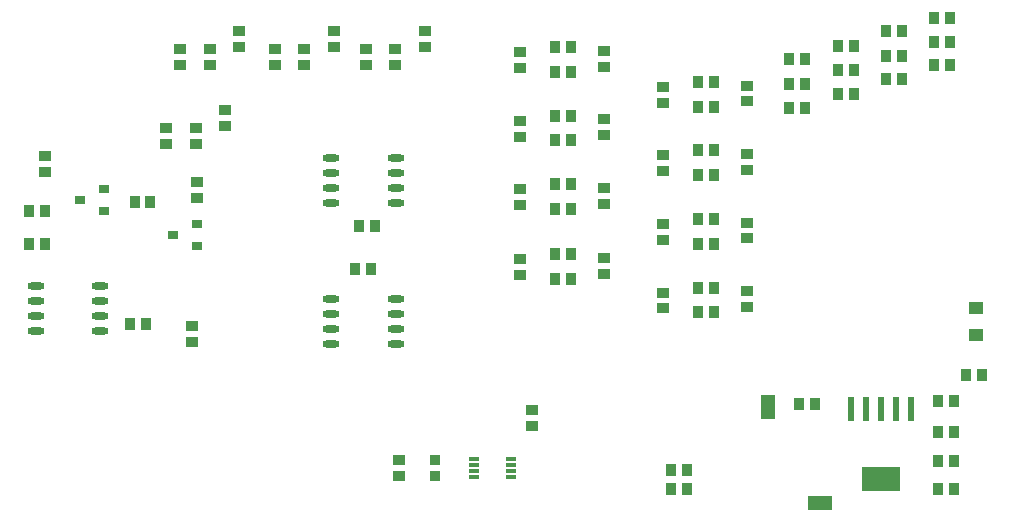
<source format=gbr>
%TF.GenerationSoftware,Altium Limited,Altium Designer,19.0.10 (269)*%
G04 Layer_Color=128*
%FSLAX26Y26*%
%MOIN*%
%TF.FileFunction,Paste,Bot*%
%TF.Part,Single*%
G01*
G75*
%TA.AperFunction,SMDPad,CuDef*%
%ADD10R,0.039370X0.035433*%
%ADD11R,0.037402X0.033465*%
%ADD15O,0.057087X0.023622*%
%ADD16R,0.035433X0.039370*%
%ADD17R,0.035433X0.031496*%
%ADD19R,0.051181X0.043307*%
%ADD21R,0.080709X0.045276*%
%ADD22R,0.045276X0.080709*%
%ADD25R,0.023622X0.082677*%
%ADD26R,0.125984X0.082677*%
%ADD37R,0.035433X0.011811*%
D10*
X1157480Y1118393D02*
D03*
Y1065244D02*
D03*
X1832677Y191437D02*
D03*
Y138287D02*
D03*
X652559Y1205709D02*
D03*
Y1152559D02*
D03*
X1200787Y1562008D02*
D03*
Y1508858D02*
D03*
X1153543Y1298228D02*
D03*
Y1245079D02*
D03*
X1515748Y1562008D02*
D03*
Y1508858D02*
D03*
X1818898Y1562008D02*
D03*
Y1508858D02*
D03*
X1299213Y1621063D02*
D03*
Y1567913D02*
D03*
X1251968Y1357284D02*
D03*
Y1304134D02*
D03*
X1614173Y1621063D02*
D03*
Y1567913D02*
D03*
X1917323Y1621063D02*
D03*
Y1567913D02*
D03*
X1102362Y1508858D02*
D03*
Y1562008D02*
D03*
X1055118Y1245079D02*
D03*
Y1298228D02*
D03*
X1417323Y1508858D02*
D03*
Y1562008D02*
D03*
X1720472Y1508858D02*
D03*
Y1562008D02*
D03*
X1139764Y583719D02*
D03*
Y636869D02*
D03*
X2711614Y1382874D02*
D03*
Y1436024D02*
D03*
X2991142Y1386811D02*
D03*
Y1439961D02*
D03*
X2711614Y696850D02*
D03*
Y750000D02*
D03*
X2991142Y700787D02*
D03*
Y753937D02*
D03*
X2712598Y1154527D02*
D03*
Y1207677D02*
D03*
X2992126Y1158465D02*
D03*
Y1211614D02*
D03*
X2236220Y807087D02*
D03*
Y860236D02*
D03*
X2515748Y811024D02*
D03*
Y864173D02*
D03*
X2236220Y1499016D02*
D03*
Y1552165D02*
D03*
X2515748Y1502953D02*
D03*
Y1556102D02*
D03*
X2236220Y1269685D02*
D03*
Y1322835D02*
D03*
X2515748Y1273622D02*
D03*
Y1326772D02*
D03*
X2711614Y926181D02*
D03*
Y979331D02*
D03*
X2991142Y930118D02*
D03*
Y983268D02*
D03*
X2236220Y1042323D02*
D03*
Y1095472D02*
D03*
X2515748Y1046260D02*
D03*
Y1099409D02*
D03*
X2275591Y359252D02*
D03*
Y306102D02*
D03*
D11*
X1951772Y139272D02*
D03*
Y190453D02*
D03*
D15*
X1605315Y1047047D02*
D03*
Y1097047D02*
D03*
Y1147047D02*
D03*
Y1197047D02*
D03*
X1819882Y1047047D02*
D03*
Y1097047D02*
D03*
Y1147047D02*
D03*
Y1197047D02*
D03*
X621063Y621850D02*
D03*
Y671850D02*
D03*
Y721850D02*
D03*
Y771850D02*
D03*
X835630Y621850D02*
D03*
Y671850D02*
D03*
Y721850D02*
D03*
Y771850D02*
D03*
X1605315Y578543D02*
D03*
Y628543D02*
D03*
Y678543D02*
D03*
Y728543D02*
D03*
X1819882Y578543D02*
D03*
Y628543D02*
D03*
Y678543D02*
D03*
Y728543D02*
D03*
D16*
X1696850Y970351D02*
D03*
X1750000D02*
D03*
X1686024Y826771D02*
D03*
X1739173D02*
D03*
X1002953Y1051181D02*
D03*
X949803D02*
D03*
X599409Y1022431D02*
D03*
X652559D02*
D03*
X599409Y913186D02*
D03*
X652559D02*
D03*
X933387Y645669D02*
D03*
X986536D02*
D03*
X3774606Y476378D02*
D03*
X3721457D02*
D03*
X3296260Y1413386D02*
D03*
X3349409D02*
D03*
X3296260Y1570866D02*
D03*
X3349409D02*
D03*
X3296260Y1492126D02*
D03*
X3349409D02*
D03*
X3131890Y1366142D02*
D03*
X3185039D02*
D03*
X3185695Y1527559D02*
D03*
X3132546D02*
D03*
Y1444882D02*
D03*
X3185695D02*
D03*
X3506890Y1622047D02*
D03*
X3453740D02*
D03*
Y1460630D02*
D03*
X3506890D02*
D03*
X3453740Y1539370D02*
D03*
X3506890D02*
D03*
X2879921Y1452756D02*
D03*
X2826772D02*
D03*
Y1370079D02*
D03*
X2879921D02*
D03*
Y766732D02*
D03*
X2826772D02*
D03*
Y684055D02*
D03*
X2879921D02*
D03*
X2880905Y1224409D02*
D03*
X2827756D02*
D03*
Y1141732D02*
D03*
X2880905D02*
D03*
X2404528Y876968D02*
D03*
X2351378D02*
D03*
Y794291D02*
D03*
X2404528D02*
D03*
Y1568898D02*
D03*
X2351378D02*
D03*
Y1486220D02*
D03*
X2404528D02*
D03*
Y1339567D02*
D03*
X2351378D02*
D03*
Y1256890D02*
D03*
X2404528D02*
D03*
X2879921Y996063D02*
D03*
X2826772D02*
D03*
Y913386D02*
D03*
X2879921D02*
D03*
X3616141Y1665354D02*
D03*
X3669291D02*
D03*
X3616141Y1507874D02*
D03*
X3669291D02*
D03*
X3616141Y1586614D02*
D03*
X3669291D02*
D03*
X2404528Y1112205D02*
D03*
X2351378D02*
D03*
Y1029527D02*
D03*
X2404528D02*
D03*
X3626968Y389764D02*
D03*
X3680118D02*
D03*
X3626968Y94488D02*
D03*
X3680118D02*
D03*
X3626968Y188976D02*
D03*
X3680118D02*
D03*
X3626968Y283465D02*
D03*
X3680118D02*
D03*
X3166339Y377953D02*
D03*
X3219488D02*
D03*
X2737205Y94488D02*
D03*
X2790354D02*
D03*
X2737205Y157480D02*
D03*
X2790354D02*
D03*
D17*
X767716Y1059055D02*
D03*
X846457Y1021654D02*
D03*
Y1096457D02*
D03*
X1078740Y940945D02*
D03*
X1157480Y903543D02*
D03*
Y978346D02*
D03*
D19*
X3755905Y698819D02*
D03*
Y608268D02*
D03*
D21*
X3235236Y49213D02*
D03*
D22*
X3061024Y370079D02*
D03*
D25*
X3337008Y361221D02*
D03*
X3387008D02*
D03*
X3437008D02*
D03*
X3487008D02*
D03*
X3537008D02*
D03*
D26*
X3437008Y126969D02*
D03*
D37*
X2081693Y134843D02*
D03*
Y154528D02*
D03*
Y174213D02*
D03*
Y193898D02*
D03*
X2203740Y134843D02*
D03*
Y154528D02*
D03*
Y174213D02*
D03*
Y193898D02*
D03*
%TF.MD5,891ab838ff377664f1afa8dd8c89a2ee*%
M02*

</source>
